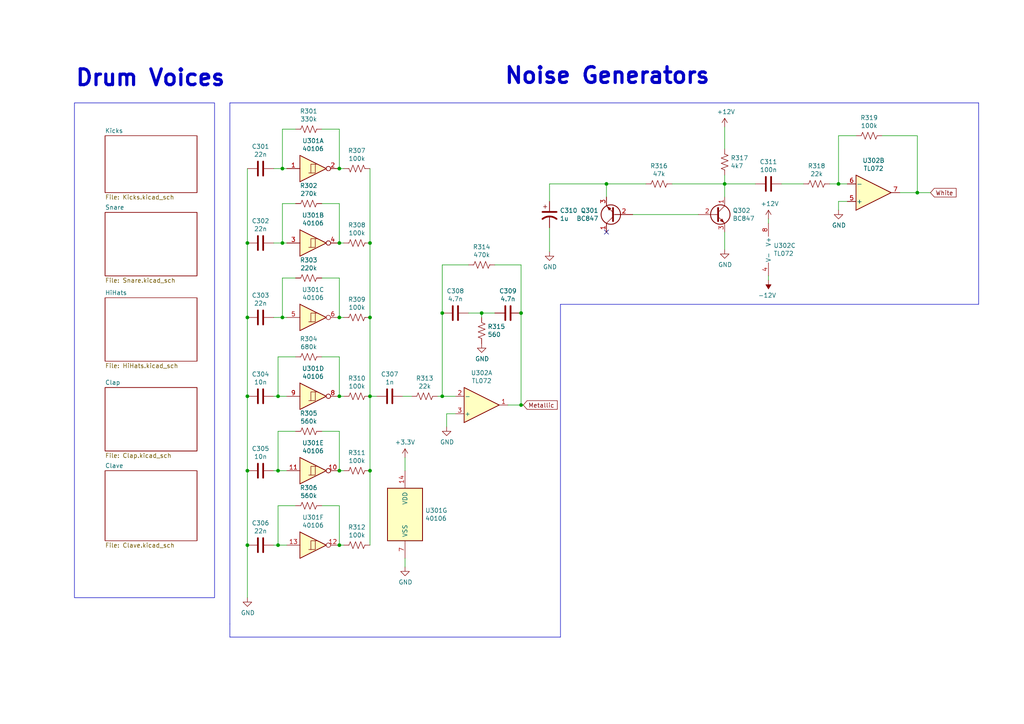
<source format=kicad_sch>
(kicad_sch (version 20230121) (generator eeschema)
  (paper "A4")
  (title_block (rev "1"))
  (lib_symbols
    (symbol "4xxx:40106" (pin_names (offset 1.016))
      (property "Reference" "U" (at 0 1.27 0))
      (property "Value" "40106" (at 0 -1.27 0))
      (symbol "40106_1_0"
        (polyline (pts (xy -0.635 -1.27) (xy -0.635 1.27) (xy 0.635 1.27)))
        (polyline (pts (xy -3.81 3.81) (xy -3.81 -3.81) (xy 3.81 0) (xy -3.81 3.81)) (stroke (width 0.254)) (fill (type background)))
        (polyline (pts (xy -1.27 -1.27) (xy 0.635 -1.27) (xy 0.635 1.27) (xy 1.27 1.27)))
        (pin input line (at -7.62 0 0) (length 3.81) (name "~") (number "1"))
        (pin output inverted (at 7.62 0 180) (length 3.81) (name "~") (number "2"))
      )
      (symbol "40106_2_0"
        (polyline (pts (xy -0.635 -1.27) (xy -0.635 1.27) (xy 0.635 1.27)))
        (polyline (pts (xy -3.81 3.81) (xy -3.81 -3.81) (xy 3.81 0) (xy -3.81 3.81)) (stroke (width 0.254)) (fill (type background)))
        (polyline (pts (xy -1.27 -1.27) (xy 0.635 -1.27) (xy 0.635 1.27) (xy 1.27 1.27)))
        (pin input line (at -7.62 0 0) (length 3.81) (name "~") (number "3"))
        (pin output inverted (at 7.62 0 180) (length 3.81) (name "~") (number "4"))
      )
      (symbol "40106_3_0"
        (polyline (pts (xy -0.635 -1.27) (xy -0.635 1.27) (xy 0.635 1.27)))
        (polyline (pts (xy -3.81 3.81) (xy -3.81 -3.81) (xy 3.81 0) (xy -3.81 3.81)) (stroke (width 0.254)) (fill (type background)))
        (polyline (pts (xy -1.27 -1.27) (xy 0.635 -1.27) (xy 0.635 1.27) (xy 1.27 1.27)))
        (pin input line (at -7.62 0 0) (length 3.81) (name "~") (number "5"))
        (pin output inverted (at 7.62 0 180) (length 3.81) (name "~") (number "6"))
      )
      (symbol "40106_4_0"
        (polyline (pts (xy -0.635 -1.27) (xy -0.635 1.27) (xy 0.635 1.27)))
        (polyline (pts (xy -3.81 3.81) (xy -3.81 -3.81) (xy 3.81 0) (xy -3.81 3.81)) (stroke (width 0.254)) (fill (type background)))
        (polyline (pts (xy -1.27 -1.27) (xy 0.635 -1.27) (xy 0.635 1.27) (xy 1.27 1.27)))
        (pin output inverted (at 7.62 0 180) (length 3.81) (name "~") (number "8"))
        (pin input line (at -7.62 0 0) (length 3.81) (name "~") (number "9"))
      )
      (symbol "40106_5_0"
        (polyline (pts (xy -0.635 -1.27) (xy -0.635 1.27) (xy 0.635 1.27)))
        (polyline (pts (xy -3.81 3.81) (xy -3.81 -3.81) (xy 3.81 0) (xy -3.81 3.81)) (stroke (width 0.254)) (fill (type background)))
        (polyline (pts (xy -1.27 -1.27) (xy 0.635 -1.27) (xy 0.635 1.27) (xy 1.27 1.27)))
        (pin output inverted (at 7.62 0 180) (length 3.81) (name "~") (number "10"))
        (pin input line (at -7.62 0 0) (length 3.81) (name "~") (number "11"))
      )
      (symbol "40106_6_0"
        (polyline (pts (xy -0.635 -1.27) (xy -0.635 1.27) (xy 0.635 1.27)))
        (polyline (pts (xy -3.81 3.81) (xy -3.81 -3.81) (xy 3.81 0) (xy -3.81 3.81)) (stroke (width 0.254)) (fill (type background)))
        (polyline (pts (xy -1.27 -1.27) (xy 0.635 -1.27) (xy 0.635 1.27) (xy 1.27 1.27)))
        (pin output inverted (at 7.62 0 180) (length 3.81) (name "~") (number "12"))
        (pin input line (at -7.62 0 0) (length 3.81) (name "~") (number "13"))
      )
      (symbol "40106_7_0"
        (pin power_in line (at 0 12.7 270) (length 5.08) (name "VDD") (number "14"))
        (pin power_in line (at 0 -12.7 90) (length 5.08) (name "VSS") (number "7"))
      )
      (symbol "40106_7_1"
        (rectangle (start -5.08 7.62) (end 5.08 -7.62) (stroke (width 0.254)) (fill (type background)))
      )
    )
    (symbol "Amplifier_Operational:TL072" (pin_names (offset 0.127))
      (property "Reference" "U" (at 0 5.08 0))
      (property "Value" "TL072" (at 0 -5.08 0))
      (symbol "TL072_1_1"
        (polyline (pts (xy -5.08 5.08) (xy 5.08 0) (xy -5.08 -5.08) (xy -5.08 5.08)) (stroke (width 0.254)) (fill (type background)))
        (pin output line (at 7.62 0 180) (length 2.54) (name "~") (number "1"))
        (pin input line (at -7.62 -2.54 0) (length 2.54) (name "-") (number "2"))
        (pin input line (at -7.62 2.54 0) (length 2.54) (name "+") (number "3"))
      )
      (symbol "TL072_2_1"
        (polyline (pts (xy -5.08 5.08) (xy 5.08 0) (xy -5.08 -5.08) (xy -5.08 5.08)) (stroke (width 0.254)) (fill (type background)))
        (pin input line (at -7.62 2.54 0) (length 2.54) (name "+") (number "5"))
        (pin input line (at -7.62 -2.54 0) (length 2.54) (name "-") (number "6"))
        (pin output line (at 7.62 0 180) (length 2.54) (name "~") (number "7"))
      )
      (symbol "TL072_3_1"
        (pin power_in line (at -2.54 -7.62 90) (length 3.81) (name "V-") (number "4"))
        (pin power_in line (at -2.54 7.62 270) (length 3.81) (name "V+") (number "8"))
      )
    )
    (symbol "Device:C" (pin_numbers hide) (pin_names (offset 0.254))
      (property "Reference" "C" (at 0.635 2.54 0))
      (property "Value" "C" (at 0.635 -2.54 0))
      (symbol "C_0_1"
        (polyline (pts (xy -2.032 -0.762) (xy 2.032 -0.762)) (stroke (width 0.508)))
        (polyline (pts (xy -2.032 0.762) (xy 2.032 0.762)) (stroke (width 0.508)))
      )
      (symbol "C_1_1"
        (pin passive line (at 0 3.81 270) (length 2.794) (name "~") (number "1"))
        (pin passive line (at 0 -3.81 90) (length 2.794) (name "~") (number "2"))
      )
    )
    (symbol "Device:C_Polarized_US" (pin_numbers hide) (pin_names (offset 0.254) hide)
      (property "Reference" "C" (at 0.635 2.54 0))
      (property "Value" "C_Polarized_US" (at 0.635 -2.54 0))
      (symbol "C_Polarized_US_0_1"
        (polyline (pts (xy -2.032 0.762) (xy 2.032 0.762)) (stroke (width 0.508)))
        (polyline (pts (xy -1.778 2.286) (xy -0.762 2.286)))
        (polyline (pts (xy -1.27 1.778) (xy -1.27 2.794)))
        (arc (start 2.032 -1.27) (mid 0 -0.5572) (end -2.032 -1.27) (stroke (width 0.508)))
      )
      (symbol "C_Polarized_US_1_1"
        (pin passive line (at 0 3.81 270) (length 2.794) (name "~") (number "1"))
        (pin passive line (at 0 -3.81 90) (length 3.302) (name "~") (number "2"))
      )
    )
    (symbol "Device:R_US" (pin_numbers hide) (pin_names (offset 0))
      (property "Reference" "R" (at 2.54 0 90))
      (property "Value" "R_US" (at -2.54 0 90))
      (symbol "R_US_0_1"
        (polyline (pts (xy 0 -2.286) (xy 0 -2.54)))
        (polyline (pts (xy 0 2.286) (xy 0 2.54)))
        (polyline (pts (xy 0 -0.762) (xy 1.016 -1.143) (xy 0 -1.524) (xy -1.016 -1.905) (xy 0 -2.286)))
        (polyline (pts (xy 0 0.762) (xy 1.016 0.381) (xy 0 0) (xy -1.016 -0.381) (xy 0 -0.762)))
        (polyline (pts (xy 0 2.286) (xy 1.016 1.905) (xy 0 1.524) (xy -1.016 1.143) (xy 0 0.762)))
      )
      (symbol "R_US_1_1"
        (pin passive line (at 0 3.81 270) (length 1.27) (name "~") (number "1"))
        (pin passive line (at 0 -3.81 90) (length 1.27) (name "~") (number "2"))
      )
    )
    (symbol "Transistor_BJT:BC547" (pin_names (offset 0) hide)
      (property "Reference" "Q" (at 5.08 1.905 0))
      (property "Value" "BC547" (at 5.08 0 0))
      (symbol "BC547_0_1"
        (polyline (pts (xy 0 0) (xy 0.635 0)))
        (polyline (pts (xy 0.635 0.635) (xy 2.54 2.54)))
        (polyline (pts (xy 0.635 -0.635) (xy 2.54 -2.54) (xy 2.54 -2.54)))
        (polyline (pts (xy 0.635 1.905) (xy 0.635 -1.905) (xy 0.635 -1.905)) (stroke (width 0.508)))
        (polyline (pts (xy 1.27 -1.778) (xy 1.778 -1.27) (xy 2.286 -2.286) (xy 1.27 -1.778) (xy 1.27 -1.778)) (fill (type outline)))
        (circle (center 1.27 0) (radius 2.8194) (stroke (width 0.254)))
      )
      (symbol "BC547_1_1"
        (pin passive line (at 2.54 5.08 270) (length 2.54) (name "C") (number "1"))
        (pin input line (at -5.08 0 0) (length 5.08) (name "B") (number "2"))
        (pin passive line (at 2.54 -5.08 90) (length 2.54) (name "E") (number "3"))
      )
    )
    (symbol "power:+12V" (power) (pin_names (offset 0))
      (property "Value" "+12V" (at 0 3.556 0))
      (symbol "+12V_0_1"
        (polyline (pts (xy -0.762 1.27) (xy 0 2.54)))
        (polyline (pts (xy 0 0) (xy 0 2.54)))
        (polyline (pts (xy 0 2.54) (xy 0.762 1.27)))
      )
      (symbol "+12V_1_1"
        (pin power_in line (at 0 0 90) (length 0) hide (name "+12V") (number "1"))
      )
    )
    (symbol "power:+3.3V" (power) (pin_names (offset 0))
      (property "Value" "+3.3V" (at 0 3.556 0))
      (symbol "+3.3V_0_1"
        (polyline (pts (xy -0.762 1.27) (xy 0 2.54)))
        (polyline (pts (xy 0 0) (xy 0 2.54)))
        (polyline (pts (xy 0 2.54) (xy 0.762 1.27)))
      )
      (symbol "+3.3V_1_1"
        (pin power_in line (at 0 0 90) (length 0) hide (name "+3.3V") (number "1"))
      )
    )
    (symbol "power:-12V" (power) (pin_names (offset 0))
      (property "Value" "-12V" (at 0 3.81 0))
      (symbol "-12V_0_0"
        (pin power_in line (at 0 0 90) (length 0) hide (name "-12V") (number "1"))
      )
      (symbol "-12V_0_1"
        (polyline (pts (xy 0 0) (xy 0 1.27) (xy 0.762 1.27) (xy 0 2.54) (xy -0.762 1.27) (xy 0 1.27)) (fill (type outline)))
      )
    )
    (symbol "power:GND" (power) (pin_names (offset 0))
      (property "Value" "GND" (at 0 -3.81 0))
      (symbol "GND_0_1"
        (polyline (pts (xy 0 0) (xy 0 -1.27) (xy 1.27 -1.27) (xy 0 -2.54) (xy -1.27 -1.27) (xy 0 -1.27)))
      )
      (symbol "GND_1_1"
        (pin power_in line (at 0 0 270) (length 0) hide (name "GND") (number "1"))
      )
    )
  )
  (junction (at 243.205 53.34))
  (junction (at 98.425 136.525))
  (junction (at 175.895 53.34))
  (junction (at 80.645 136.525))
  (junction (at 98.425 48.895))
  (junction (at 107.315 92.075))
  (junction (at 107.315 114.935))
  (junction (at 266.065 55.88))
  (junction (at 71.755 136.525))
  (junction (at 151.13 117.475))
  (junction (at 71.755 114.935))
  (junction (at 151.13 90.805))
  (junction (at 210.185 53.34))
  (junction (at 71.755 70.485))
  (junction (at 81.915 70.485))
  (junction (at 98.425 158.115))
  (junction (at 81.915 48.895))
  (junction (at 71.755 158.115))
  (junction (at 81.915 92.075))
  (junction (at 128.27 114.935))
  (junction (at 80.645 114.935))
  (junction (at 107.315 70.485))
  (junction (at 139.7 90.805))
  (junction (at 98.425 70.485))
  (junction (at 98.425 114.935))
  (junction (at 80.645 158.115))
  (junction (at 71.755 92.075))
  (junction (at 128.27 90.805))
  (junction (at 98.425 92.075))
  (junction (at 107.315 136.525))
  (no_connect (at 175.895 67.31))
  (wire (pts (xy 243.205 60.96) (xy 243.205 58.42)))
  (wire (pts (xy 80.645 103.505) (xy 85.725 103.505)))
  (wire (pts (xy 93.345 103.505) (xy 98.425 103.505)))
  (wire (pts (xy 151.765 117.475) (xy 151.13 117.475)))
  (polyline (pts (xy 66.675 180.975) (xy 66.675 184.785)))
  (wire (pts (xy 260.985 55.88) (xy 266.065 55.88)))
  (wire (pts (xy 128.27 114.935) (xy 132.08 114.935)))
  (wire (pts (xy 80.645 114.935) (xy 79.375 114.935)))
  (wire (pts (xy 117.475 164.465) (xy 117.475 161.925)))
  (wire (pts (xy 143.51 76.835) (xy 151.13 76.835)))
  (wire (pts (xy 98.425 158.115) (xy 98.425 146.685)))
  (wire (pts (xy 81.915 80.645) (xy 85.725 80.645)))
  (wire (pts (xy 266.065 55.88) (xy 266.065 39.37)))
  (wire (pts (xy 269.875 55.88) (xy 266.065 55.88)))
  (wire (pts (xy 194.945 53.34) (xy 210.185 53.34)))
  (wire (pts (xy 159.385 66.04) (xy 159.385 73.025)))
  (wire (pts (xy 93.345 59.055) (xy 98.425 59.055)))
  (wire (pts (xy 210.185 72.39) (xy 210.185 67.31)))
  (wire (pts (xy 151.13 117.475) (xy 151.13 90.805)))
  (polyline (pts (xy 66.675 180.975) (xy 66.675 29.845)))
  (wire (pts (xy 93.345 125.095) (xy 98.425 125.095)))
  (wire (pts (xy 71.755 158.115) (xy 71.755 136.525)))
  (wire (pts (xy 81.915 70.485) (xy 81.915 59.055)))
  (polyline (pts (xy 283.845 29.845) (xy 283.845 88.265)))
  (wire (pts (xy 99.695 48.895) (xy 98.425 48.895)))
  (polyline (pts (xy 66.675 29.845) (xy 283.845 29.845)))
  (wire (pts (xy 222.885 80.01) (xy 222.885 81.28)))
  (wire (pts (xy 129.54 120.015) (xy 132.08 120.015)))
  (wire (pts (xy 83.185 114.935) (xy 80.645 114.935)))
  (wire (pts (xy 243.205 53.34) (xy 245.745 53.34)))
  (wire (pts (xy 80.645 114.935) (xy 80.645 103.505)))
  (wire (pts (xy 139.7 92.075) (xy 139.7 90.805)))
  (wire (pts (xy 80.645 136.525) (xy 80.645 125.095)))
  (wire (pts (xy 243.205 39.37) (xy 248.285 39.37)))
  (wire (pts (xy 98.425 80.645) (xy 93.345 80.645)))
  (wire (pts (xy 79.375 92.075) (xy 81.915 92.075)))
  (wire (pts (xy 85.725 146.685) (xy 80.645 146.685)))
  (wire (pts (xy 139.7 90.805) (xy 143.51 90.805)))
  (wire (pts (xy 71.755 92.075) (xy 71.755 70.485)))
  (wire (pts (xy 79.375 48.895) (xy 81.915 48.895)))
  (wire (pts (xy 128.27 76.835) (xy 135.89 76.835)))
  (wire (pts (xy 71.755 114.935) (xy 71.755 92.075)))
  (wire (pts (xy 98.425 103.505) (xy 98.425 114.935)))
  (wire (pts (xy 81.915 70.485) (xy 83.185 70.485)))
  (wire (pts (xy 210.185 36.83) (xy 210.185 43.18)))
  (wire (pts (xy 71.755 136.525) (xy 71.755 114.935)))
  (wire (pts (xy 119.38 114.935) (xy 116.84 114.935)))
  (wire (pts (xy 93.345 37.465) (xy 98.425 37.465)))
  (wire (pts (xy 147.32 117.475) (xy 151.13 117.475)))
  (wire (pts (xy 187.325 53.34) (xy 175.895 53.34)))
  (wire (pts (xy 219.075 53.34) (xy 210.185 53.34)))
  (wire (pts (xy 159.385 58.42) (xy 159.385 53.34)))
  (wire (pts (xy 128.27 90.805) (xy 128.27 114.935)))
  (wire (pts (xy 151.13 76.835) (xy 151.13 90.805)))
  (wire (pts (xy 71.755 70.485) (xy 71.755 48.895)))
  (wire (pts (xy 98.425 146.685) (xy 93.345 146.685)))
  (polyline (pts (xy 283.845 88.265) (xy 162.56 88.265)))
  (wire (pts (xy 79.375 70.485) (xy 81.915 70.485)))
  (wire (pts (xy 127 114.935) (xy 128.27 114.935)))
  (wire (pts (xy 81.915 92.075) (xy 81.915 80.645)))
  (wire (pts (xy 175.895 53.34) (xy 175.895 57.15)))
  (wire (pts (xy 243.205 53.34) (xy 243.205 39.37)))
  (wire (pts (xy 71.755 173.355) (xy 71.755 158.115)))
  (wire (pts (xy 80.645 125.095) (xy 85.725 125.095)))
  (wire (pts (xy 99.695 70.485) (xy 98.425 70.485)))
  (wire (pts (xy 117.475 132.715) (xy 117.475 136.525)))
  (wire (pts (xy 129.54 123.825) (xy 129.54 120.015)))
  (wire (pts (xy 222.885 63.5) (xy 222.885 64.77)))
  (wire (pts (xy 128.27 90.805) (xy 128.27 76.835)))
  (wire (pts (xy 81.915 59.055) (xy 85.725 59.055)))
  (wire (pts (xy 240.665 53.34) (xy 243.205 53.34)))
  (wire (pts (xy 98.425 37.465) (xy 98.425 48.895)))
  (wire (pts (xy 107.315 136.525) (xy 107.315 158.115)))
  (wire (pts (xy 107.315 48.895) (xy 107.315 70.485)))
  (polyline (pts (xy 162.56 184.785) (xy 66.675 184.785)))
  (polyline (pts (xy 162.56 88.265) (xy 162.56 184.785)))
  (wire (pts (xy 210.185 50.8) (xy 210.185 53.34)))
  (wire (pts (xy 107.315 114.935) (xy 107.315 136.525)))
  (wire (pts (xy 266.065 39.37) (xy 255.905 39.37)))
  (wire (pts (xy 81.915 48.895) (xy 83.185 48.895)))
  (wire (pts (xy 99.695 92.075) (xy 98.425 92.075)))
  (wire (pts (xy 107.315 70.485) (xy 107.315 92.075)))
  (wire (pts (xy 99.695 158.115) (xy 98.425 158.115)))
  (wire (pts (xy 81.915 92.075) (xy 83.185 92.075)))
  (wire (pts (xy 80.645 158.115) (xy 79.375 158.115)))
  (wire (pts (xy 98.425 59.055) (xy 98.425 70.485)))
  (wire (pts (xy 183.515 62.23) (xy 202.565 62.23)))
  (wire (pts (xy 98.425 92.075) (xy 98.425 80.645)))
  (wire (pts (xy 80.645 136.525) (xy 79.375 136.525)))
  (wire (pts (xy 99.695 114.935) (xy 98.425 114.935)))
  (wire (pts (xy 99.695 136.525) (xy 98.425 136.525)))
  (wire (pts (xy 159.385 53.34) (xy 175.895 53.34)))
  (wire (pts (xy 243.205 58.42) (xy 245.745 58.42)))
  (wire (pts (xy 107.315 92.075) (xy 107.315 114.935)))
  (wire (pts (xy 81.915 48.895) (xy 81.915 37.465)))
  (wire (pts (xy 135.89 90.805) (xy 139.7 90.805)))
  (wire (pts (xy 83.185 158.115) (xy 80.645 158.115)))
  (wire (pts (xy 83.185 136.525) (xy 80.645 136.525)))
  (wire (pts (xy 226.695 53.34) (xy 233.045 53.34)))
  (wire (pts (xy 210.185 53.34) (xy 210.185 57.15)))
  (wire (pts (xy 80.645 146.685) (xy 80.645 158.115)))
  (wire (pts (xy 98.425 125.095) (xy 98.425 136.525)))
  (wire (pts (xy 81.915 37.465) (xy 85.725 37.465)))
  (wire (pts (xy 109.22 114.935) (xy 107.315 114.935)))
  (rectangle (start 21.59 29.845) (end 62.23 173.355))
  (text "Drum Voices" (at 21.59 25.4 0) (effects (font (size 4.572 4.572) (thickness 0.9144) bold) (justify left bottom)))
  (text "Noise Generators" (at 146.05 24.765 0) (effects (font (size 4.572 4.572) (thickness 0.9144) bold) (justify left bottom)))
  (global_label "White" (shape input) (at 269.875 55.88 0) (property "Intersheetrefs" "${INTERSHEET_REFS}" (effects hide)))
  (global_label "Metallic" (shape input) (at 151.765 117.475 0) (property "Intersheetrefs" "${INTERSHEET_REFS}" (effects hide)))
  (symbol (lib_id "Device:R_US") (at 103.505 92.075 270) (unit 1)
    (property "Reference" "R309" (at 103.505 86.868 90))
    (property "Value" "100k" (at 103.505 89.1794 90))
    (property "Footprint" "PCM_Resistor_SMD_AKL:R_0805_2012Metric" (effects hide))
    (instances (project "ESP808_mk3" (path "" (reference "R309") (unit 1))) (project "ESP808" (path "" (reference "R709") (unit 1))) (project "Noise" (path "" (reference "R709") (unit 1))))
  )
  (symbol (lib_id "Device:R_US") (at 89.535 80.645 270) (unit 1)
    (property "Reference" "R303" (at 89.535 75.438 90))
    (property "Value" "220k" (at 89.535 77.7494 90))
    (property "Footprint" "PCM_Resistor_SMD_AKL:R_0805_2012Metric" (effects hide))
    (instances (project "ESP808_mk3" (path "" (reference "R303") (unit 1))) (project "ESP808" (path "" (reference "R703") (unit 1))) (project "Noise" (path "" (reference "R703") (unit 1))))
  )
  (symbol (lib_id "Device:C") (at 75.565 114.935 270) (unit 1)
    (property "Reference" "C304" (at 75.565 108.5342 90))
    (property "Value" "10n" (at 75.565 110.8456 90))
    (property "Footprint" "Capacitor_SMD:C_0805_2012Metric" (effects hide))
    (instances (project "ESP808_mk3" (path "" (reference "C304") (unit 1))) (project "ESP808" (path "" (reference "C704") (unit 1))) (project "Noise" (path "" (reference "C704") (unit 1))))
  )
  (symbol (lib_id "Device:R_US") (at 236.855 53.34 270) (unit 1)
    (property "Reference" "R318" (at 236.855 48.133 90))
    (property "Value" "22k" (at 236.855 50.4444 90))
    (property "Footprint" "PCM_Resistor_SMD_AKL:R_0805_2012Metric" (effects hide))
    (instances (project "ESP808_mk3" (path "" (reference "R318") (unit 1))) (project "ESP808" (path "" (reference "R719") (unit 1))) (project "Noise" (path "" (reference "R719") (unit 1))))
  )
  (symbol (lib_id "Device:R_US") (at 139.7 95.885 180) (unit 1)
    (property "Reference" "R315" (at 141.4272 94.7166 0) (effects (justify right)))
    (property "Value" "560" (at 141.4272 97.028 0) (effects (justify right)))
    (property "Footprint" "PCM_Resistor_SMD_AKL:R_0805_2012Metric" (effects hide))
    (instances (project "ESP808_mk3" (path "" (reference "R315") (unit 1))) (project "ESP808" (path "" (reference "R716") (unit 1))) (project "Noise" (path "" (reference "R716") (unit 1))))
  )
  (symbol (lib_id "Device:R_US") (at 89.535 103.505 270) (unit 1)
    (property "Reference" "R304" (at 89.535 98.298 90))
    (property "Value" "680k" (at 89.535 100.6094 90))
    (property "Footprint" "PCM_Resistor_SMD_AKL:R_0805_2012Metric" (effects hide))
    (instances (project "ESP808_mk3" (path "" (reference "R304") (unit 1))) (project "ESP808" (path "" (reference "R704") (unit 1))) (project "Noise" (path "" (reference "R704") (unit 1))))
  )
  (symbol (lib_id "Device:C") (at 75.565 158.115 270) (unit 1)
    (property "Reference" "C306" (at 75.565 151.7142 90))
    (property "Value" "22n" (at 75.565 154.0256 90))
    (property "Footprint" "Capacitor_SMD:C_0805_2012Metric" (effects hide))
    (instances (project "ESP808_mk3" (path "" (reference "C306") (unit 1))) (project "ESP808" (path "" (reference "C706") (unit 1))) (project "Noise" (path "" (reference "C706") (unit 1))))
  )
  (symbol (lib_id "Device:R_US") (at 103.505 70.485 270) (unit 1)
    (property "Reference" "R308" (at 103.505 65.278 90))
    (property "Value" "100k" (at 103.505 67.5894 90))
    (property "Footprint" "PCM_Resistor_SMD_AKL:R_0805_2012Metric" (effects hide))
    (instances (project "ESP808_mk3" (path "" (reference "R308") (unit 1))) (project "ESP808" (path "" (reference "R708") (unit 1))) (project "Noise" (path "" (reference "R708") (unit 1))))
  )
  (symbol (lib_id "power:GND") (at 71.755 173.355 0) (unit 1)
    (property "Reference" "#PWR0339" (effects hide))
    (property "Value" "GND" (at 71.882 177.7492 0))
    (instances (project "ESP808_mk3" (path "" (reference "#PWR0339") (unit 1))) (project "ESP808" (path "" (reference "#PWR0701") (unit 1))) (project "Noise" (path "" (reference "#PWR0701") (unit 1))))
  )
  (symbol (lib_id "Device:C") (at 75.565 92.075 270) (unit 1)
    (property "Reference" "C303" (at 75.565 85.6742 90))
    (property "Value" "22n" (at 75.565 87.9856 90))
    (property "Footprint" "Capacitor_SMD:C_0805_2012Metric" (effects hide))
    (instances (project "ESP808_mk3" (path "" (reference "C303") (unit 1))) (project "ESP808" (path "" (reference "C703") (unit 1))) (project "Noise" (path "" (reference "C703") (unit 1))))
  )
  (symbol (lib_id "Device:C") (at 75.565 70.485 270) (unit 1)
    (property "Reference" "C302" (at 75.565 64.0842 90))
    (property "Value" "22n" (at 75.565 66.3956 90))
    (property "Footprint" "Capacitor_SMD:C_0805_2012Metric" (effects hide))
    (instances (project "ESP808_mk3" (path "" (reference "C302") (unit 1))) (project "ESP808" (path "" (reference "C702") (unit 1))) (project "Noise" (path "" (reference "C702") (unit 1))))
  )
  (symbol (lib_id "Device:R_US") (at 123.19 114.935 270) (unit 1)
    (property "Reference" "R313" (at 123.19 109.728 90))
    (property "Value" "22k" (at 123.19 112.0394 90))
    (property "Footprint" "PCM_Resistor_SMD_AKL:R_0805_2012Metric" (effects hide))
    (instances (project "ESP808_mk3" (path "" (reference "R313") (unit 1))) (project "ESP808" (path "" (reference "R714") (unit 1))) (project "Noise" (path "" (reference "R714") (unit 1))))
  )
  (symbol (lib_id "power:GND") (at 243.205 60.96 0) (unit 1)
    (property "Reference" "#PWR0349" (effects hide))
    (property "Value" "GND" (at 243.332 65.3542 0))
    (instances (project "ESP808_mk3" (path "" (reference "#PWR0349") (unit 1))) (project "ESP808" (path "" (reference "#PWR0710") (unit 1))) (project "Noise" (path "" (reference "#PWR0710") (unit 1))))
  )
  (symbol (lib_id "Device:R_US") (at 89.535 37.465 270) (unit 1)
    (property "Reference" "R301" (at 89.535 32.258 90))
    (property "Value" "330k" (at 89.535 34.5694 90))
    (property "Footprint" "PCM_Resistor_SMD_AKL:R_0805_2012Metric" (effects hide))
    (instances (project "ESP808_mk3" (path "" (reference "R301") (unit 1))) (project "ESP808" (path "" (reference "R701") (unit 1))) (project "Noise" (path "" (reference "R701") (unit 1))))
  )
  (symbol (lib_id "Device:C") (at 147.32 90.805 270) (unit 1)
    (property "Reference" "C309" (at 147.32 84.4042 90))
    (property "Value" "4.7n" (at 147.32 86.7156 90))
    (property "Footprint" "Capacitor_SMD:C_0805_2012Metric" (effects hide))
    (instances (project "ESP808_mk3" (path "" (reference "C309") (unit 1))) (project "ESP808" (path "" (reference "C709") (unit 1))) (project "Noise" (path "" (reference "C709") (unit 1))))
  )
  (symbol (lib_id "4xxx:40106") (at 90.805 136.525 0) (unit 5)
    (property "Reference" "U301" (at 90.805 128.4732 0))
    (property "Value" "40106" (at 90.805 130.7846 0))
    (property "Footprint" "PCM_Package_SO_AKL:SOIC-14_3.9x8.7mm_P1.27mm" (effects hide))
    (property "Datasheet" "https://assets.nexperia.com/documents/data-sheet/HEF40106B.pdf" (effects hide))
    (instances (project "ESP808_mk3" (path "" (reference "U301") (unit 5))) (project "ESP808" (path "" (reference "U701") (unit 5))) (project "Noise" (path "" (reference "U701") (unit 5))))
  )
  (symbol (lib_id "Device:C") (at 132.08 90.805 270) (unit 1)
    (property "Reference" "C308" (at 132.08 84.4042 90))
    (property "Value" "4.7n" (at 132.08 86.7156 90))
    (property "Footprint" "Capacitor_SMD:C_0805_2012Metric" (effects hide))
    (instances (project "ESP808_mk3" (path "" (reference "C308") (unit 1))) (project "ESP808" (path "" (reference "C708") (unit 1))) (project "Noise" (path "" (reference "C708") (unit 1))))
  )
  (symbol (lib_id "Device:R_US") (at 139.7 76.835 90) (unit 1)
    (property "Reference" "R314" (at 139.7 71.628 90))
    (property "Value" "470k" (at 139.7 73.9394 90))
    (property "Footprint" "PCM_Resistor_SMD_AKL:R_0805_2012Metric" (effects hide))
    (instances (project "ESP808_mk3" (path "" (reference "R314") (unit 1))) (project "ESP808" (path "" (reference "R715") (unit 1))) (project "Noise" (path "" (reference "R715") (unit 1))))
  )
  (symbol (lib_id "Device:R_US") (at 89.535 146.685 270) (unit 1)
    (property "Reference" "R306" (at 89.535 141.478 90))
    (property "Value" "560k" (at 89.535 143.7894 90))
    (property "Footprint" "PCM_Resistor_SMD_AKL:R_0805_2012Metric" (effects hide))
    (instances (project "ESP808_mk3" (path "" (reference "R306") (unit 1))) (project "ESP808" (path "" (reference "R706") (unit 1))) (project "Noise" (path "" (reference "R706") (unit 1))))
  )
  (symbol (lib_id "power:GND") (at 129.54 123.825 0) (unit 1)
    (property "Reference" "#PWR0342" (effects hide))
    (property "Value" "GND" (at 129.667 128.2192 0))
    (instances (project "ESP808_mk3" (path "" (reference "#PWR0342") (unit 1))) (project "ESP808" (path "" (reference "#PWR0703") (unit 1))) (project "Noise" (path "" (reference "#PWR0703") (unit 1))))
  )
  (symbol (lib_id "Amplifier_Operational:TL072") (at 225.425 72.39 0) (unit 3)
    (property "Reference" "U302" (at 224.3582 71.2216 0) (effects (justify left)))
    (property "Value" "TL072" (at 224.3582 73.533 0) (effects (justify left)))
    (property "Footprint" "Package_SO:SOIC-8_3.9x4.9mm_P1.27mm" (effects hide))
    (property "Datasheet" "http://www.ti.com/lit/ds/symlink/tl071.pdf" (effects hide))
    (instances (project "ESP808_mk3" (path "" (reference "U302") (unit 3))) (project "ESP808" (path "" (reference "U702") (unit 3))) (project "Noise" (path "" (reference "U702") (unit 3))))
  )
  (symbol (lib_id "Device:R_US") (at 252.095 39.37 270) (unit 1)
    (property "Reference" "R319" (at 252.095 34.163 90))
    (property "Value" "100k" (at 252.095 36.4744 90))
    (property "Footprint" "PCM_Resistor_SMD_AKL:R_0805_2012Metric" (effects hide))
    (instances (project "ESP808_mk3" (path "" (reference "R319") (unit 1))) (project "ESP808" (path "" (reference "R720") (unit 1))) (project "Noise" (path "" (reference "R720") (unit 1))))
  )
  (symbol (lib_id "Device:R_US") (at 103.505 158.115 270) (unit 1)
    (property "Reference" "R312" (at 103.505 152.908 90))
    (property "Value" "100k" (at 103.505 155.2194 90))
    (property "Footprint" "PCM_Resistor_SMD_AKL:R_0805_2012Metric" (effects hide))
    (instances (project "ESP808_mk3" (path "" (reference "R312") (unit 1))) (project "ESP808" (path "" (reference "R712") (unit 1))) (project "Noise" (path "" (reference "R712") (unit 1))))
  )
  (symbol (lib_id "power:+3.3V") (at 117.475 132.715 0) (unit 1)
    (property "Reference" "#PWR0330" (effects hide))
    (property "Value" "+3.3V" (at 117.475 128.27 0))
  )
  (symbol (lib_id "Device:R_US") (at 210.185 46.99 180) (unit 1)
    (property "Reference" "R317" (at 211.9122 45.8216 0) (effects (justify right)))
    (property "Value" "4k7" (at 211.9122 48.133 0) (effects (justify right)))
    (property "Footprint" "PCM_Resistor_SMD_AKL:R_0805_2012Metric" (effects hide))
    (instances (project "ESP808_mk3" (path "" (reference "R317") (unit 1))) (project "ESP808" (path "" (reference "R718") (unit 1))) (project "Noise" (path "" (reference "R718") (unit 1))))
  )
  (symbol (lib_id "Device:C") (at 75.565 48.895 270) (unit 1)
    (property "Reference" "C301" (at 75.565 42.4942 90))
    (property "Value" "22n" (at 75.565 44.8056 90))
    (property "Footprint" "Capacitor_SMD:C_0805_2012Metric" (effects hide))
    (instances (project "ESP808_mk3" (path "" (reference "C301") (unit 1))) (project "ESP808" (path "" (reference "C701") (unit 1))) (project "Noise" (path "" (reference "C701") (unit 1))))
  )
  (symbol (lib_id "4xxx:40106") (at 90.805 158.115 0) (unit 6)
    (property "Reference" "U301" (at 90.805 150.0632 0))
    (property "Value" "40106" (at 90.805 152.3746 0))
    (property "Footprint" "PCM_Package_SO_AKL:SOIC-14_3.9x8.7mm_P1.27mm" (effects hide))
    (property "Datasheet" "https://assets.nexperia.com/documents/data-sheet/HEF40106B.pdf" (effects hide))
    (instances (project "ESP808_mk3" (path "" (reference "U301") (unit 6))) (project "ESP808" (path "" (reference "U701") (unit 6))) (project "Noise" (path "" (reference "U701") (unit 6))))
  )
  (symbol (lib_id "power:GND") (at 117.475 164.465 0) (unit 1)
    (property "Reference" "#PWR0341" (effects hide))
    (property "Value" "GND" (at 117.602 168.8592 0))
    (instances (project "ESP808_mk3" (path "" (reference "#PWR0341") (unit 1))) (project "ESP808" (path "" (reference "#PWR0139") (unit 1))) (project "Noise" (path "" (reference "#PWR0139") (unit 1))))
  )
  (symbol (lib_id "4xxx:40106") (at 90.805 48.895 0) (unit 1)
    (property "Reference" "U301" (at 90.805 40.8432 0))
    (property "Value" "40106" (at 90.805 43.1546 0))
    (property "Footprint" "PCM_Package_SO_AKL:SOIC-14_3.9x8.7mm_P1.27mm" (effects hide))
    (property "Datasheet" "https://assets.nexperia.com/documents/data-sheet/HEF40106B.pdf" (effects hide))
    (instances (project "ESP808_mk3" (path "" (reference "U301") (unit 1))) (project "ESP808" (path "" (reference "U701") (unit 1))) (project "Noise" (path "" (reference "U701") (unit 1))))
  )
  (symbol (lib_id "4xxx:40106") (at 117.475 149.225 0) (unit 7)
    (property "Reference" "U301" (at 123.317 148.0566 0) (effects (justify left)))
    (property "Value" "40106" (at 123.317 150.368 0) (effects (justify left)))
    (property "Footprint" "PCM_Package_SO_AKL:SOIC-14_3.9x8.7mm_P1.27mm" (effects hide))
    (property "Datasheet" "https://assets.nexperia.com/documents/data-sheet/HEF40106B.pdf" (effects hide))
    (instances (project "ESP808_mk3" (path "" (reference "U301") (unit 7))) (project "ESP808" (path "" (reference "U701") (unit 7))) (project "Noise" (path "" (reference "U701") (unit 7))))
  )
  (symbol (lib_id "Device:R_US") (at 103.505 136.525 270) (unit 1)
    (property "Reference" "R311" (at 103.505 131.318 90))
    (property "Value" "100k" (at 103.505 133.6294 90))
    (property "Footprint" "PCM_Resistor_SMD_AKL:R_0805_2012Metric" (effects hide))
    (instances (project "ESP808_mk3" (path "" (reference "R311") (unit 1))) (project "ESP808" (path "" (reference "R711") (unit 1))) (project "Noise" (path "" (reference "R711") (unit 1))))
  )
  (symbol (lib_id "power:GND") (at 159.385 73.025 0) (unit 1)
    (property "Reference" "#PWR0346" (effects hide))
    (property "Value" "GND" (at 159.512 77.4192 0))
    (instances (project "ESP808_mk3" (path "" (reference "#PWR0346") (unit 1))) (project "ESP808" (path "" (reference "#PWR0707") (unit 1))) (project "Noise" (path "" (reference "#PWR0707") (unit 1))))
  )
  (symbol (lib_id "Amplifier_Operational:TL072") (at 253.365 55.88 0) (mirror x) (unit 2)
    (property "Reference" "U302" (at 253.365 46.5582 0))
    (property "Value" "TL072" (at 253.365 48.8696 0))
    (property "Footprint" "Package_SO:SOIC-8_3.9x4.9mm_P1.27mm" (effects hide))
    (property "Datasheet" "http://www.ti.com/lit/ds/symlink/tl071.pdf" (effects hide))
    (instances (project "ESP808_mk3" (path "" (reference "U302") (unit 2))) (project "ESP808" (path "" (reference "U702") (unit 2))) (project "Noise" (path "" (reference "U702") (unit 2))))
  )
  (symbol (lib_id "4xxx:40106") (at 90.805 114.935 0) (unit 4)
    (property "Reference" "U301" (at 90.805 106.8832 0))
    (property "Value" "40106" (at 90.805 109.1946 0))
    (property "Footprint" "PCM_Package_SO_AKL:SOIC-14_3.9x8.7mm_P1.27mm" (effects hide))
    (property "Datasheet" "https://assets.nexperia.com/documents/data-sheet/HEF40106B.pdf" (effects hide))
    (instances (project "ESP808_mk3" (path "" (reference "U301") (unit 4))) (project "ESP808" (path "" (reference "U701") (unit 4))) (project "Noise" (path "" (reference "U701") (unit 4))))
  )
  (symbol (lib_id "4xxx:40106") (at 90.805 92.075 0) (unit 3)
    (property "Reference" "U301" (at 90.805 84.0232 0))
    (property "Value" "40106" (at 90.805 86.3346 0))
    (property "Footprint" "PCM_Package_SO_AKL:SOIC-14_3.9x8.7mm_P1.27mm" (effects hide))
    (property "Datasheet" "https://assets.nexperia.com/documents/data-sheet/HEF40106B.pdf" (effects hide))
    (instances (project "ESP808_mk3" (path "" (reference "U301") (unit 3))) (project "ESP808" (path "" (reference "U701") (unit 3))) (project "Noise" (path "" (reference "U701") (unit 3))))
  )
  (symbol (lib_id "Device:C") (at 113.03 114.935 270) (unit 1)
    (property "Reference" "C307" (at 113.03 108.5342 90))
    (property "Value" "1n" (at 113.03 110.8456 90))
    (property "Footprint" "Capacitor_SMD:C_0805_2012Metric" (effects hide))
    (instances (project "ESP808_mk3" (path "" (reference "C307") (unit 1))) (project "ESP808" (path "" (reference "C707") (unit 1))) (project "Noise" (path "" (reference "C707") (unit 1))))
  )
  (symbol (lib_id "Device:R_US") (at 89.535 125.095 270) (unit 1)
    (property "Reference" "R305" (at 89.535 119.888 90))
    (property "Value" "560k" (at 89.535 122.1994 90))
    (property "Footprint" "PCM_Resistor_SMD_AKL:R_0805_2012Metric" (effects hide))
    (instances (project "ESP808_mk3" (path "" (reference "R305") (unit 1))) (project "ESP808" (path "" (reference "R705") (unit 1))) (project "Noise" (path "" (reference "R705") (unit 1))))
  )
  (symbol (lib_id "Device:R_US") (at 103.505 48.895 270) (mirror x) (unit 1)
    (property "Reference" "R307" (at 103.505 43.688 90))
    (property "Value" "100k" (at 103.505 45.9994 90))
    (property "Footprint" "PCM_Resistor_SMD_AKL:R_0805_2012Metric" (effects hide))
    (instances (project "ESP808_mk3" (path "" (reference "R307") (unit 1))) (project "ESP808" (path "" (reference "R707") (unit 1))) (project "Noise" (path "" (reference "R707") (unit 1))))
  )
  (symbol (lib_id "power:GND") (at 139.7 99.695 0) (unit 1)
    (property "Reference" "#PWR0345" (effects hide))
    (property "Value" "GND" (at 139.827 104.0892 0))
    (instances (project "ESP808_mk3" (path "" (reference "#PWR0345") (unit 1))) (project "ESP808" (path "" (reference "#PWR0706") (unit 1))) (project "Noise" (path "" (reference "#PWR0706") (unit 1))))
  )
  (symbol (lib_id "Device:C") (at 75.565 136.525 270) (unit 1)
    (property "Reference" "C305" (at 75.565 130.1242 90))
    (property "Value" "10n" (at 75.565 132.4356 90))
    (property "Footprint" "Capacitor_SMD:C_0805_2012Metric" (effects hide))
    (instances (project "ESP808_mk3" (path "" (reference "C305") (unit 1))) (project "ESP808" (path "" (reference "C705") (unit 1))) (project "Noise" (path "" (reference "C705") (unit 1))))
  )
  (symbol (lib_id "Device:C_Polarized_US") (at 159.385 62.23 0) (unit 1)
    (property "Reference" "C310" (at 162.3822 61.0616 0) (effects (justify left)))
    (property "Value" "1u" (at 162.3822 63.373 0) (effects (justify left)))
    (property "Footprint" "Capacitor_THT:CP_Radial_D4.0mm_P2.00mm" (effects hide))
    (instances (project "ESP808_mk3" (path "" (reference "C310") (unit 1))) (project "ESP808" (path "" (reference "C710") (unit 1))) (project "Noise" (path "" (reference "C710") (unit 1))))
  )
  (symbol (lib_id "Transistor_BJT:BC547") (at 178.435 62.23 180) (unit 1)
    (property "Reference" "Q301" (at 173.5836 61.0616 0) (effects (justify left)))
    (property "Value" "BC847" (at 173.5836 63.373 0) (effects (justify left)))
    (property "Footprint" "PCM_4ms_Package_SOT:SOT-23" (effects hide))
    (property "Datasheet" "https://www.onsemi.com/pub/Collateral/BC550-D.pdf" (effects hide))
    (instances (project "ESP808_mk3" (path "" (reference "Q301") (unit 1))) (project "ESP808" (path "" (reference "Q701") (unit 1))) (project "Noise" (path "" (reference "Q701") (unit 1))))
  )
  (symbol (lib_id "Device:R_US") (at 191.135 53.34 270) (unit 1)
    (property "Reference" "R316" (at 191.135 48.133 90))
    (property "Value" "47k" (at 191.135 50.4444 90))
    (property "Footprint" "PCM_Resistor_SMD_AKL:R_0805_2012Metric" (effects hide))
    (instances (project "ESP808_mk3" (path "" (reference "R316") (unit 1))) (project "ESP808" (path "" (reference "R717") (unit 1))) (project "Noise" (path "" (reference "R717") (unit 1))))
  )
  (symbol (lib_id "Amplifier_Operational:TL072") (at 139.7 117.475 0) (mirror x) (unit 1)
    (property "Reference" "U302" (at 139.7 108.1532 0))
    (property "Value" "TL072" (at 139.7 110.4646 0))
    (property "Footprint" "Package_SO:SOIC-8_3.9x4.9mm_P1.27mm" (effects hide))
    (property "Datasheet" "http://www.ti.com/lit/ds/symlink/tl071.pdf" (effects hide))
    (instances (project "ESP808_mk3" (path "" (reference "U302") (unit 1))) (project "ESP808" (path "" (reference "U702") (unit 1))) (project "Noise" (path "" (reference "U702") (unit 1))))
  )
  (symbol (lib_id "Device:R_US") (at 103.505 114.935 270) (unit 1)
    (property "Reference" "R310" (at 103.505 109.728 90))
    (property "Value" "100k" (at 103.505 112.0394 90))
    (property "Footprint" "PCM_Resistor_SMD_AKL:R_0805_2012Metric" (effects hide))
    (instances (project "ESP808_mk3" (path "" (reference "R310") (unit 1))) (project "ESP808" (path "" (reference "R710") (unit 1))) (project "Noise" (path "" (reference "R710") (unit 1))))
  )
  (symbol (lib_id "4xxx:40106") (at 90.805 70.485 0) (unit 2)
    (property "Reference" "U301" (at 90.805 62.4332 0))
    (property "Value" "40106" (at 90.805 64.7446 0))
    (property "Footprint" "PCM_Package_SO_AKL:SOIC-14_3.9x8.7mm_P1.27mm" (effects hide))
    (property "Datasheet" "https://assets.nexperia.com/documents/data-sheet/HEF40106B.pdf" (effects hide))
    (instances (project "ESP808_mk3" (path "" (reference "U301") (unit 2))) (project "ESP808" (path "" (reference "U701") (unit 2))) (project "Noise" (path "" (reference "U701") (unit 2))))
  )
  (symbol (lib_id "power:GND") (at 210.185 72.39 0) (unit 1)
    (property "Reference" "#PWR0348" (effects hide))
    (property "Value" "GND" (at 210.312 76.7842 0))
    (instances (project "ESP808_mk3" (path "" (reference "#PWR0348") (unit 1))) (project "ESP808" (path "" (reference "#PWR0709") (unit 1))) (project "Noise" (path "" (reference "#PWR0709") (unit 1))))
  )
  (symbol (lib_id "Device:C") (at 222.885 53.34 270) (unit 1)
    (property "Reference" "C311" (at 222.885 46.9392 90))
    (property "Value" "100n" (at 222.885 49.2506 90))
    (property "Footprint" "Capacitor_SMD:C_0805_2012Metric" (effects hide))
    (instances (project "ESP808_mk3" (path "" (reference "C311") (unit 1))) (project "ESP808" (path "" (reference "C711") (unit 1))) (project "Noise" (path "" (reference "C711") (unit 1))))
  )
  (symbol (lib_id "power:+12V") (at 210.185 36.83 0) (unit 1)
    (property "Reference" "#PWR0347" (effects hide))
    (property "Value" "+12V" (at 210.566 32.4358 0))
    (instances (project "ESP808_mk3" (path "" (reference "#PWR0347") (unit 1))) (project "ESP808" (path "" (reference "#PWR0708") (unit 1))) (project "Noise" (path "" (reference "#PWR0708") (unit 1))))
  )
  (symbol (lib_id "Transistor_BJT:BC547") (at 207.645 62.23 0) (unit 1)
    (property "Reference" "Q302" (at 212.4964 61.0616 0) (effects (justify left)))
    (property "Value" "BC847" (at 212.4964 63.373 0) (effects (justify left)))
    (property "Footprint" "PCM_4ms_Package_SOT:SOT-23" (effects hide))
    (property "Datasheet" "https://www.onsemi.com/pub/Collateral/BC550-D.pdf" (effects hide))
    (instances (project "ESP808_mk3" (path "" (reference "Q302") (unit 1))) (project "ESP808" (path "" (reference "Q702") (unit 1))) (project "Noise" (path "" (reference "Q702") (unit 1))))
  )
  (symbol (lib_id "power:+12V") (at 222.885 63.5 0) (unit 1)
    (property "Reference" "#PWR0343" (effects hide))
    (property "Value" "+12V" (at 223.266 59.1058 0))
    (instances (project "ESP808_mk3" (path "" (reference "#PWR0343") (unit 1))) (project "ESP808" (path "" (reference "#PWR0704") (unit 1))) (project "Noise" (path "" (reference "#PWR0704") (unit 1))))
  )
  (symbol (lib_id "power:-12V") (at 222.885 81.28 180) (unit 1)
    (property "Reference" "#PWR0344" (effects hide))
    (property "Value" "-12V" (at 222.504 85.6742 0))
    (instances (project "ESP808_mk3" (path "" (reference "#PWR0344") (unit 1))) (project "ESP808" (path "" (reference "#PWR0705") (unit 1))) (project "Noise" (path "" (reference "#PWR0705") (unit 1))))
  )
  (symbol (lib_id "Device:R_US") (at 89.535 59.055 270) (unit 1)
    (property "Reference" "R302" (at 89.535 53.848 90))
    (property "Value" "270k" (at 89.535 56.1594 90))
    (property "Footprint" "PCM_Resistor_SMD_AKL:R_0805_2012Metric" (effects hide))
    (instances (project "ESP808_mk3" (path "" (reference "R302") (unit 1))) (project "ESP808" (path "" (reference "R702") (unit 1))) (project "Noise" (path "" (reference "R702") (unit 1))))
  )
  (sheet (at 30.48 136.525) (size 26.67 20.32) (stroke (width 0.1524))
    (property "Sheetname" "Clave" (at 30.48 135.8134 0) (effects (justify left bottom)))
    (property "Sheetfile" "Clave.kicad_sch" (at 30.48 157.4296 0) (effects (justify left top)))
  )
  (sheet (at 30.48 61.595) (size 26.67 18.415) (stroke (width 0.1524))
    (property "Sheetname" "Snare" (at 30.48 60.8834 0) (effects (justify left bottom)))
    (property "Sheetfile" "Snare.kicad_sch" (at 30.48 80.5946 0) (effects (justify left top)))
  )
  (sheet (at 30.48 39.37) (size 26.67 16.51) (stroke (width 0.1524))
    (property "Sheetname" "Kicks" (at 30.48 38.6584 0) (effects (justify left bottom)))
    (property "Sheetfile" "Kicks.kicad_sch" (at 30.48 56.4646 0) (effects (justify left top)))
  )
  (sheet (at 30.48 112.395) (size 26.67 18.415) (stroke (width 0.1524))
    (property "Sheetname" "Clap" (at 30.48 111.6834 0) (effects (justify left bottom)))
    (property "Sheetfile" "Clap.kicad_sch" (at 30.48 131.3946 0) (effects (justify left top)))
  )
  (sheet (at 30.48 86.36) (size 26.67 18.415) (stroke (width 0.1524))
    (property "Sheetname" "HiHats" (at 30.48 85.6484 0) (effects (justify left bottom)))
    (property "Sheetfile" "HiHats.kicad_sch" (at 30.48 105.3596 0) (effects (justify left top)))
  )
)
</source>
